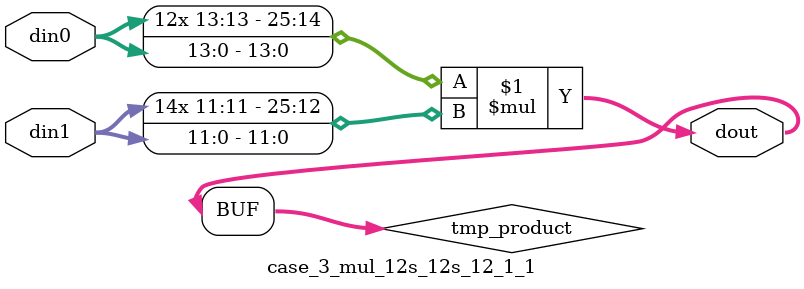
<source format=v>

`timescale 1 ns / 1 ps

 module case_3_mul_12s_12s_12_1_1(din0, din1, dout);
parameter ID = 1;
parameter NUM_STAGE = 0;
parameter din0_WIDTH = 14;
parameter din1_WIDTH = 12;
parameter dout_WIDTH = 26;

input [din0_WIDTH - 1 : 0] din0; 
input [din1_WIDTH - 1 : 0] din1; 
output [dout_WIDTH - 1 : 0] dout;

wire signed [dout_WIDTH - 1 : 0] tmp_product;



























assign tmp_product = $signed(din0) * $signed(din1);








assign dout = tmp_product;





















endmodule

</source>
